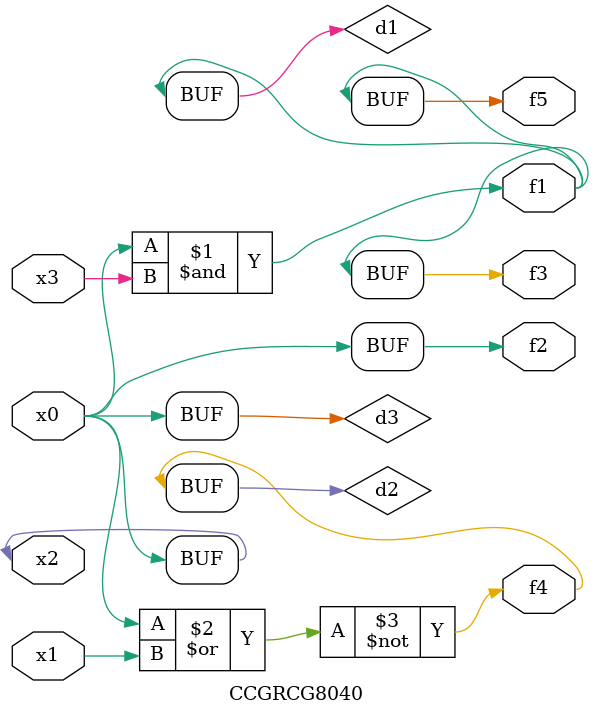
<source format=v>
module CCGRCG8040(
	input x0, x1, x2, x3,
	output f1, f2, f3, f4, f5
);

	wire d1, d2, d3;

	and (d1, x2, x3);
	nor (d2, x0, x1);
	buf (d3, x0, x2);
	assign f1 = d1;
	assign f2 = d3;
	assign f3 = d1;
	assign f4 = d2;
	assign f5 = d1;
endmodule

</source>
